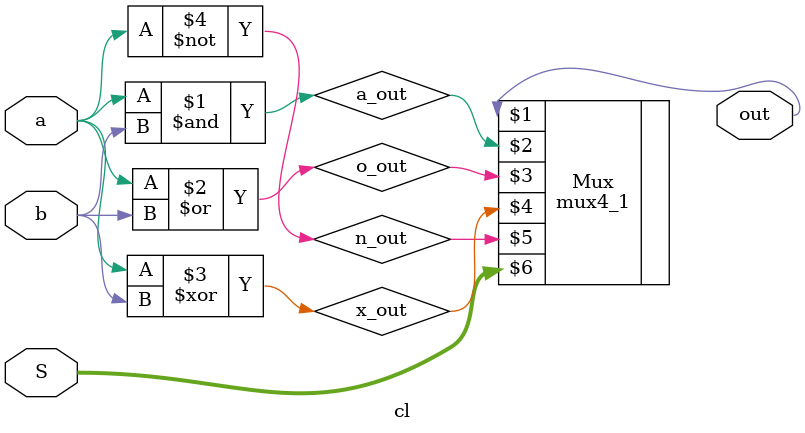
<source format=v>
module cl(output wire out, input wire a, b, input wire [1:0] S);

    wire a_out, o_out, x_out, n_out;

    and A(a_out, a, b);
    or O(o_out, a, b);
    xor X(x_out, a, b);
    not N(n_out, a);
    mux4_1 Mux(out, a_out, o_out, x_out, n_out, S);

endmodule
</source>
